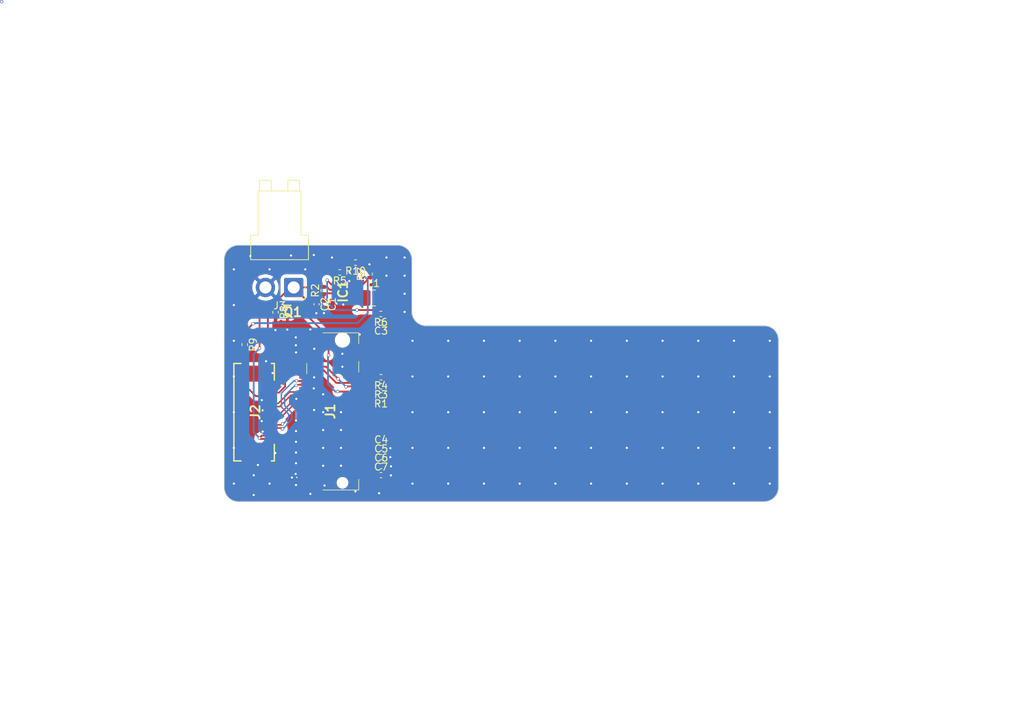
<source format=kicad_pcb>
(kicad_pcb (version 20221018) (generator pcbnew)
  (layers (0 "F.Cu" signal) (1 "In1.Cu" signal) (2 "In2.Cu" signal) (31 "B.Cu" signal) (34 "B.Paste" user) (35 "F.Paste" user) (36 "B.SilkS" user "B.Silkscreen") (37 "F.SilkS" user "F.Silkscreen") (38 "B.Mask" user) (39 "F.Mask" user) (44 "Edge.Cuts" user))
  (net 0 "")
  (net 1 "5.2V")
  (net 2 "VCC3V3")
  (net 3 "Net-(IC1-FB)")
  (net 4 "3V3_PG")
  (net 6 "Net-(IC1-LX)")
  (net 7 "PCIE_PWR_EN")
  (net 34 "PCIE0 RX-")
  (net 36 "PCIE0 RX+")
  (net 39 "PCIE0 TX-")
  (net 41 "PCIE0 TX+")
  (net 42 "PCIE_RST_B_SW")
  (net 43 "PCIE_CLKREQ_N")
  (net 44 "PCIE CLK-")
  (net 45 "PCIE_DET_WAKE")
  (net 46 "PCIE CLK+")
  (net 52 "PCIE_RST_B")
  (net 53 "GND")
  (net 54 "Net-(J2-Pin_4)")
  (footprint "Capacitor_SMD:C_0402_1005Metric" (layer "F.Cu") (at 85.598 83.82)
    (fp_text reference "C7")
    (fp_text value "10uF")
  )
  (footprint "21xt_footprints:MDT275M02001" (layer "F.Cu") (at 80.205 74.894 90)
    (fp_text reference "J1")
    (fp_text value "MDT275M02001" hide)
  )
  (footprint "Capacitor_SMD:C_0402_1005Metric" (layer "F.Cu") (at 85.626 82.55)
    (fp_text reference "C6")
    (fp_text value "10uF")
  )
  (footprint "Capacitor_SMD:C_0402_1005Metric" (layer "F.Cu") (at 85.626 80.01)
    (fp_text reference "C4")
    (fp_text value "10uF")
  )
  (footprint "Capacitor_SMD:C_0402_1005Metric" (layer "F.Cu") (at 85.598 62.4586 180)
    (fp_text reference "C3")
    (fp_text value "15pF")
  )
  (footprint "Resistor_SMD:R_0402_1005Metric" (layer "F.Cu") (at 85.5726 61.2394 180)
    (fp_text reference "R6")
    (fp_text value "2.4k")
  )
  (footprint "Resistor_SMD:R_0402_1005Metric" (layer "F.Cu") (at 82.03 54.05 180)
    (fp_text reference "R10")
    (fp_text value "0")
  )
  (footprint "Resistor_SMD:R_0402_1005Metric" (layer "F.Cu") (at 85.598 70.104 180)
    (fp_text reference "R4")
    (fp_text value "10k")
  )
  (footprint "Resistor_SMD:R_0402_1005Metric" (layer "F.Cu") (at 70.8406 61.0108 -90)
    (fp_text reference "R8")
    (fp_text value "10k")
  )
  (footprint "Resistor_SMD:R_0402_1005Metric" (layer "F.Cu") (at 83.9978 55.6514 90)
    (fp_text reference "R7")
    (fp_text value "100k")
  )
  (footprint "Resistor_SMD:R_0402_1005Metric" (layer "F.Cu") (at 77.5716 57.9628 90)
    (fp_text reference "R2")
    (fp_text value "10k")
  )
  (footprint "Resistor_SMD:R_0402_1005Metric" (layer "F.Cu") (at 79.8322 55.4228 180)
    (fp_text reference "R5")
    (fp_text value "10k")
  )
  (footprint "Resistor_SMD:R_0402_1005Metric" (layer "F.Cu") (at 66.53 65.54 -90)
    (fp_text reference "R9")
    (fp_text value "0")
  )
  (footprint "21xt_footprints:SOT50P160X90-3N(DIODE)" (layer "F.Cu") (at 73.2402 60.9854)
    (fp_text reference "Q1")
    (fp_text value "DMG1012T-7" hide)
  )
  (footprint "Capacitor_SMD:C_0402_1005Metric" (layer "F.Cu") (at 77.597 59.8678 -90)
    (fp_text reference "C1")
    (fp_text value "10uF")
  )
  (footprint "21xt_footprints:AP3441LSHE7B" (layer "F.Cu") (at 80.276 58.1042 -90)
    (fp_text reference "IC1")
    (fp_text value "AP3441LSHE-7B" hide)
  )
  (footprint "21xt_footprints:JST_VH_B2PS-VH_1x02_P3.96mm_Horizontal (--)" (layer "F.Cu") (at 73.3806 57.531 180)
    (fp_text reference "J3")
    (fp_text value "Conn_01x02")
  )
  (footprint "21xt_footprints:ZF5S1601TWT (p3)" (layer "F.Cu") (at 67.8362 75 -90)
    (fp_text reference "J2")
    (fp_text value "Conn_01x16" hide)
  )
  (footprint "Resistor_SMD:R_0402_1005Metric" (layer "F.Cu") (at 85.598 72.644 180)
    (fp_text reference "R1")
    (fp_text value "10k")
  )
  (footprint "Capacitor_SMD:C_0402_1005Metric" (layer "F.Cu") (at 85.626 81.28)
    (fp_text reference "C5")
    (fp_text value "10uF")
  )
  (footprint "Resistor_SMD:R_0402_1005Metric" (layer "F.Cu") (at 85.598 71.374 180)
    (fp_text reference "R3")
    (fp_text value "10k")
  )
  (footprint "Capacitor_SMD:C_0402_1005Metric" (layer "F.Cu") (at 76.581 59.8932 -90)
    (fp_text reference "C2")
    (fp_text value "10uF")
  )
  (footprint "Inductor_SMD:L_1008_2520Metric" (layer "F.Cu") (at 84.5778 59.0042)
    (fp_text reference "L1")
    (fp_text value "2.2uH")
  )
  (gr_line (start 139.224 87.5284) (end 65.6524 87.5284) (stroke (width 0.1)) (layer "Edge.Cuts"))
  (gr_line (start 91.916 62.8904) (end 139.224 62.8904) (stroke (width 0.1)) (layer "Edge.Cuts"))
  (gr_arc (start 139.224 62.8904) (mid 140.638214 63.476186) (end 141.224 64.8904) (stroke (width 0.1)) (layer "Edge.Cuts"))
  (gr_line (start 89.916 53.6128) (end 89.916 60.8904) (stroke (width 0.1)) (layer "Edge.Cuts"))
  (gr_arc (start 91.916 62.8904) (mid 90.501786 62.304614) (end 89.916 60.8904) (stroke (width 0.1)) (layer "Edge.Cuts"))
  (gr_arc (start 141.224 85.5284) (mid 140.638214 86.942614) (end 139.224 87.5284) (stroke (width 0.1)) (layer "Edge.Cuts"))
  (gr_line (start 65.6524 51.6128) (end 87.916 51.6128) (stroke (width 0.1)) (layer "Edge.Cuts"))
  (gr_line (start 141.224 64.8904) (end 141.224 85.5284) (stroke (width 0.1)) (layer "Edge.Cuts"))
  (gr_arc (start 63.6524 53.6128) (mid 64.238186 52.198586) (end 65.6524 51.6128) (stroke (width 0.1)) (layer "Edge.Cuts"))
  (gr_arc (start 65.6524 87.5284) (mid 64.238186 86.942614) (end 63.6524 85.5284) (stroke (width 0.1)) (layer "Edge.Cuts"))
  (gr_arc (start 87.916 51.6128) (mid 89.330214 52.198586) (end 89.916 53.6128) (stroke (width 0.1)) (layer "Edge.Cuts"))
  (gr_line (start 63.6524 85.5284) (end 63.6524 53.6128) (stroke (width 0.1)) (layer "Edge.Cuts"))
  (via (at 32.5 17.5) (size 0.45) (drill 0.3) (layers "F.Cu" "B.Cu") (net 0))
  (segment (start 73.3806 57.531) (end 75.326818 57.531) (width 0.25) (layer "F.Cu") (net 1))
  (segment (start 75.326818 57.531) (end 78.807818 54.05) (width 0.25) (layer "F.Cu") (net 1))
  (segment (start 70.545 59.88) (end 72.894 57.531) (width 0.25) (layer "F.Cu") (net 1))
  (segment (start 78.807818 54.05) (end 81.52 54.05) (width 0.25) (layer "F.Cu") (net 1))
  (segment (start 76.581 59.4132) (end 77.5716 59.4132) (width 0.25) (layer "F.Cu") (net 1))
  (segment (start 68.5989 66.0511) (end 68.5989 61.3011) (width 0.25) (layer "F.Cu") (net 1))
  (segment (start 68.59 78.61) (end 68.93 78.27) (width 0.25) (layer "F.Cu") (net 1))
  (segment (start 70.2162 78.27) (end 70.2362 78.25) (width 0.25) (layer "F.Cu") (net 1))
  (segment (start 68.73 78.75) (end 70.2362 78.75) (width 0.25) (layer "F.Cu") (net 1))
  (segment (start 73.3806 57.531) (end 75.2628 59.4132) (width 0.25) (layer "F.Cu") (net 1))
  (segment (start 68.59 78.61) (end 68.73 78.75) (width 0.25) (layer "F.Cu") (net 1))
  (segment (start 68.59 66.06) (end 68.5989 66.0511) (width 0.25) (layer "F.Cu") (net 1))
  (segment (start 77.5716 59.3624) (end 77.597 59.3878) (width 0.25) (layer "F.Cu") (net 1))
  (segment (start 77.5716 59.4132) (end 77.597 59.3878) (width 0.25) (layer "F.Cu") (net 1))
  (segment (start 77.5716 58.4728) (end 77.5716 59.3624) (width 0.25) (layer "F.Cu") (net 1))
  (segment (start 72.894 57.531) (end 73.3806 57.531) (width 0.125) (layer "F.Cu") (net 1))
  (segment (start 75.2628 59.4132) (end 76.581 59.4132) (width 0.25) (layer "F.Cu") (net 1))
  (segment (start 68.93 78.27) (end 70.2162 78.27) (width 0.25) (layer "F.Cu") (net 1))
  (segment (start 77.5716 58.4728) (end 77.6902 58.3542) (width 0.25) (layer "F.Cu") (net 1))
  (segment (start 77.6902 58.3542) (end 79.376 58.3542) (width 0.25) (layer "F.Cu") (net 1))
  (segment (start 70.02 59.88) (end 70.545 59.88) (width 0.25) (layer "F.Cu") (net 1))
  (segment (start 68.5989 61.3011) (end 70.02 59.88) (width 0.25) (layer "F.Cu") (net 1))
  (via (at 68.59 66.06) (size 0.45) (drill 0.3) (layers "F.Cu" "B.Cu") (net 1))
  (via (at 68.59 78.61) (size 0.45) (drill 0.3) (layers "F.Cu" "B.Cu") (net 1))
  (segment (start 67.78 66.87) (end 68.59 66.06) (width 0.25) (layer "B.Cu") (net 1))
  (segment (start 68.59 78.61) (end 67.78 77.8) (width 0.25) (layer "B.Cu") (net 1))
  (segment (start 67.78 77.8) (end 67.78 66.87) (width 0.25) (layer "B.Cu") (net 1))
  (segment (start 86.0826 61.2394) (end 86.0826 62.454) (width 0.25) (layer "F.Cu") (net 2))
  (segment (start 86.0826 62.454) (end 86.078 62.4586) (width 0.25) (layer "F.Cu") (net 2))
  (segment (start 85.118 62.4586) (end 85.118 61.2948) (width 0.25) (layer "F.Cu") (net 3))
  (segment (start 84.5165 60.6933) (end 85.0626 61.2394) (width 0.25) (layer "F.Cu") (net 3))
  (segment (start 79.3222 57.3004) (end 79.376 57.3542) (width 0.25) (layer "F.Cu") (net 3))
  (segment (start 79.3222 55.4228) (end 79.3222 57.3004) (width 0.25) (layer "F.Cu") (net 3))
  (segment (start 85.118 61.2948) (end 85.0626 61.2394) (width 0.25) (layer "F.Cu") (net 3))
  (segment (start 79.376 57.3542) (end 78.8934 57.3542) (width 0.25) (layer "F.Cu") (net 3))
  (segment (start 78.8934 57.3542) (end 78.0542 56.515) (width 0.25) (layer "F.Cu") (net 3))
  (segment (start 82.2325 60.6933) (end 84.5165 60.6933) (width 0.25) (layer "F.Cu") (net 3))
  (via (at 78.0542 56.515) (size 0.45) (drill 0.3) (layers "F.Cu" "B.Cu") (net 3))
  (via (at 82.2325 60.6933) (size 0.45) (drill 0.3) (layers "F.Cu" "B.Cu") (net 3))
  (segment (start 78.0542 59.5842) (end 78.0542 56.515) (width 0.25) (layer "B.Cu") (net 3))
  (segment (start 79.1633 60.6933) (end 78.0542 59.5842) (width 0.25) (layer "B.Cu") (net 3))
  (segment (start 82.2325 60.6933) (end 79.1633 60.6933) (width 0.25) (layer "B.Cu") (net 3))
  (segment (start 78.0268 57.4528) (end 78.4282 57.8542) (width 0.25) (layer "F.Cu") (net 4))
  (segment (start 77.5716 57.4528) (end 78.0268 57.4528) (width 0.25) (layer "F.Cu") (net 4))
  (segment (start 78.4282 57.8542) (end 79.376 57.8542) (width 0.25) (layer "F.Cu") (net 4))
  (segment (start 82.8528 58.3542) (end 83.5028 59.0042) (width 0.25) (layer "F.Cu") (net 6))
  (segment (start 81.176 58.3542) (end 82.8528 58.3542) (width 0.25) (layer "F.Cu") (net 6))
  (segment (start 83.059 57.1002) (end 83.0834 57.0758) (width 0.25) (layer "F.Cu") (net 7))
  (segment (start 82.54 55.2604) (end 83.0834 55.8038) (width 0.25) (layer "F.Cu") (net 7))
  (segment (start 83.059 57.1002) (end 83.9978 56.1614) (width 0.25) (layer "F.Cu") (net 7))
  (segment (start 81.176 57.8542) (end 82.305 57.8542) (width 0.25) (layer "F.Cu") (net 7))
  (segment (start 82.305 57.8542) (end 83.059 57.1002) (width 0.25) (layer "F.Cu") (net 7))
  (segment (start 82.54 54.05) (end 82.54 55.2604) (width 0.25) (layer "F.Cu") (net 7))
  (segment (start 83.0834 57.0758) (end 83.0834 55.8038) (width 0.25) (layer "F.Cu") (net 7))
  (segment (start 67.68 62.61) (end 66.53 63.76) (width 0.25) (layer "F.Cu") (net 7))
  (segment (start 66.53 63.76) (end 66.53 65.03) (width 0.25) (layer "F.Cu") (net 7))
  (via (at 83.0834 55.8038) (size 0.45) (drill 0.3) (layers "F.Cu" "B.Cu") (net 7))
  (via (at 67.68 62.61) (size 0.45) (drill 0.3) (layers "F.Cu" "B.Cu") (net 7))
  (segment (start 67.68 62.61) (end 67.762344 62.527656) (width 0.25) (layer "B.Cu") (net 7))
  (segment (start 83.7438 56.4642) (end 83.0834 55.8038) (width 0.25) (layer "B.Cu") (net 7))
  (segment (start 67.762344 62.527656) (end 82.328544 62.527656) (width 0.25) (layer "B.Cu") (net 7))
  (segment (start 82.328544 62.527656) (end 83.7438 61.1124) (width 0.25) (layer "B.Cu") (net 7))
  (segment (start 83.7438 61.1124) (end 83.7438 56.4642) (width 0.25) (layer "B.Cu") (net 7))
  (segment (start 73.1992 74.119) (end 73.742499 74.119) (width 0.2) (layer "F.Cu") (net 34))
  (segment (start 70.2362 75.75) (end 70.8862 75.75) (width 0.2) (layer "F.Cu") (net 34))
  (segment (start 70.8862 75.75) (end 70.9112 75.725) (width 0.2) (layer "F.Cu") (net 34))
  (segment (start 71.5932 75.725) (end 73.1992 74.119) (width 0.2) (layer "F.Cu") (net 34))
  (segment (start 73.767499 74.144) (end 74.93 74.144) (width 0.2) (layer "F.Cu") (net 34))
  (segment (start 70.9112 75.725) (end 71.5932 75.725) (width 0.2) (layer "F.Cu") (net 34))
  (segment (start 73.742499 74.119) (end 73.767499 74.144) (width 0.2) (layer "F.Cu") (net 34))
  (segment (start 70.8862 75.25) (end 70.9112 75.275) (width 0.2) (layer "F.Cu") (net 36))
  (segment (start 73.973796 73.644) (end 74.93 73.644) (width 0.2) (layer "F.Cu") (net 36))
  (segment (start 70.9112 75.275) (end 71.4068 75.275) (width 0.2) (layer "F.Cu") (net 36))
  (segment (start 71.4068 75.275) (end 73.0128 73.669) (width 0.2) (layer "F.Cu") (net 36))
  (segment (start 73.0128 73.669) (end 73.948796 73.669) (width 0.2) (layer "F.Cu") (net 36))
  (segment (start 70.2362 75.25) (end 70.8862 75.25) (width 0.2) (layer "F.Cu") (net 36))
  (segment (start 73.948796 73.669) (end 73.973796 73.644) (width 0.2) (layer "F.Cu") (net 36))
  (segment (start 73.962322 72.605474) (end 74.000848 72.644) (width 0.2) (layer "F.Cu") (net 39))
  (segment (start 73.51387 72.619) (end 73.527396 72.605474) (width 0.2) (layer "F.Cu") (net 39))
  (segment (start 72.9992 72.619) (end 73.51387 72.619) (width 0.2) (layer "F.Cu") (net 39))
  (segment (start 70.8862 74.25) (end 70.9112 74.225) (width 0.2) (layer "F.Cu") (net 39))
  (segment (start 70.9112 74.225) (end 71.3932 74.225) (width 0.2) (layer "F.Cu") (net 39))
  (segment (start 71.3932 74.225) (end 72.9992 72.619) (width 0.2) (layer "F.Cu") (net 39))
  (segment (start 74.000848 72.644) (end 74.93 72.644) (width 0.2) (layer "F.Cu") (net 39))
  (segment (start 73.527396 72.605474) (end 73.962322 72.605474) (width 0.2) (layer "F.Cu") (net 39))
  (segment (start 70.2362 74.25) (end 70.8862 74.25) (width 0.2) (layer "F.Cu") (net 39))
  (segment (start 70.2362 73.75) (end 70.8862 73.75) (width 0.2) (layer "F.Cu") (net 41))
  (segment (start 70.9112 73.775) (end 71.2068 73.775) (width 0.2) (layer "F.Cu") (net 41))
  (segment (start 72.8128 72.169) (end 73.742499 72.169) (width 0.2) (layer "F.Cu") (net 41))
  (segment (start 71.2068 73.775) (end 72.8128 72.169) (width 0.2) (layer "F.Cu") (net 41))
  (segment (start 73.767499 72.144) (end 74.93 72.144) (width 0.2) (layer "F.Cu") (net 41))
  (segment (start 73.742499 72.169) (end 73.767499 72.144) (width 0.2) (layer "F.Cu") (net 41))
  (segment (start 70.8862 73.75) (end 70.9112 73.775) (width 0.2) (layer "F.Cu") (net 41))
  (segment (start 78.2574 64.4714) (end 74.7714 60.9854) (width 0.25) (layer "F.Cu") (net 42))
  (segment (start 82.48 71.894) (end 84.338 71.894) (width 0.25) (layer "F.Cu") (net 42))
  (segment (start 79.5274 72.1106) (end 81.2594 72.1106) (width 0.25) (layer "F.Cu") (net 42))
  (segment (start 84.338 71.894) (end 85.088 72.644) (width 0.25) (layer "F.Cu") (net 42))
  (segment (start 78.2574 67.0306) (end 78.2574 64.4714) (width 0.25) (layer "F.Cu") (net 42))
  (segment (start 74.7714 60.9854) (end 73.9902 60.9854) (width 0.25) (layer "F.Cu") (net 42))
  (segment (start 81.2594 72.1106) (end 81.476 71.894) (width 0.25) (layer "F.Cu") (net 42))
  (segment (start 81.476 71.894) (end 82.48 71.894) (width 0.25) (layer "F.Cu") (net 42))
  (via (at 79.5274 72.1106) (size 0.45) (drill 0.3) (layers "F.Cu" "B.Cu") (net 42))
  (via (at 78.2574 67.0306) (size 0.45) (drill 0.3) (layers "F.Cu" "B.Cu") (net 42))
  (segment (start 79.1972 72.1106) (end 78.1812 71.0946) (width 0.25) (layer "B.Cu") (net 42))
  (segment (start 78.1812 67.1068) (end 78.2574 67.0306) (width 0.25) (layer "B.Cu") (net 42))
  (segment (start 79.5274 72.1106) (end 79.1972 72.1106) (width 0.25) (layer "B.Cu") (net 42))
  (segment (start 78.1812 71.0946) (end 78.1812 67.1068) (width 0.25) (layer "B.Cu") (net 42))
  (segment (start 85.068 71.394) (end 85.088 71.374) (width 0.25) (layer "F.Cu") (net 43))
  (segment (start 71.73 70.43) (end 71.73 71.219804) (width 0.25) (layer "F.Cu") (net 43))
  (segment (start 73.535 68.625) (end 71.73 70.43) (width 0.25) (layer "F.Cu") (net 43))
  (segment (start 71.199804 71.75) (end 70.2362 71.75) (width 0.25) (layer "F.Cu") (net 43))
  (segment (start 80.7555 71.394) (end 82.48 71.394) (width 0.25) (layer "F.Cu") (net 43))
  (segment (start 82.48 71.394) (end 85.068 71.394) (width 0.25) (layer "F.Cu") (net 43))
  (segment (start 80.706 71.4435) (end 80.7555 71.394) (width 0.25) (layer "F.Cu") (net 43))
  (segment (start 71.73 71.219804) (end 71.199804 71.75) (width 0.25) (layer "F.Cu") (net 43))
  (segment (start 79.604956 70.3445) (end 77.885456 68.625) (width 0.25) (layer "F.Cu") (net 43))
  (segment (start 77.885456 68.625) (end 73.535 68.625) (width 0.25) (layer "F.Cu") (net 43))
  (via (at 80.706 71.4435) (size 0.45) (drill 0.3) (layers "F.Cu" "B.Cu") (net 43))
  (via (at 79.604956 70.3445) (size 0.45) (drill 0.3) (layers "F.Cu" "B.Cu") (net 43))
  (segment (start 79.604956 70.3445) (end 80.703956 71.4435) (width 0.25) (layer "B.Cu") (net 43))
  (segment (start 80.703956 71.4435) (end 80.706 71.4435) (width 0.25) (layer "B.Cu") (net 43))
  (segment (start 71.685703 77.225001) (end 71.810702 77.35) (width 0.2) (layer "F.Cu") (net 44))
  (segment (start 70.2362 77.25) (end 70.261199 77.225001) (width 0.2) (layer "F.Cu") (net 44))
  (segment (start 70.261199 77.225001) (end 71.685703 77.225001) (width 0.2) (layer "F.Cu") (net 44))
  (segment (start 73.767499 71.144) (end 74.93 71.144) (width 0.2) (layer "F.Cu") (net 44))
  (segment (start 73.735929 71.243828) (end 73.735929 71.17557) (width 0.2) (layer "F.Cu") (net 44))
  (segment (start 73.735929 71.17557) (end 73.767499 71.144) (width 0.2) (layer "F.Cu") (net 44))
  (via (at 71.810702 77.35) (size 0.45) (drill 0.3) (layers "F.Cu" "B.Cu") (net 44))
  (via (at 73.735929 71.243828) (size 0.45) (drill 0.3) (layers "F.Cu" "B.Cu") (net 44))
  (segment (start 72.107 72.7051) (end 73.568272 71.243828) (width 0.2) (layer "B.Cu") (net 44))
  (segment (start 72.45 76.66) (end 73.123 75.987) (width 0.2) (layer "B.Cu") (net 44))
  (segment (start 73.123 75.987) (end 73.123 75.0908) (width 0.2) (layer "B.Cu") (net 44))
  (segment (start 71.985702 77.175) (end 72.028165 77.175) (width 0.2) (layer "B.Cu") (net 44))
  (segment (start 72.45 76.753165) (end 72.45 76.66) (width 0.2) (layer "B.Cu") (net 44))
  (segment (start 73.123 75.0908) (end 72.107 74.0748) (width 0.2) (layer "B.Cu") (net 44))
  (segment (start 72.028165 77.175) (end 72.45 76.753165) (width 0.2) (layer "B.Cu") (net 44))
  (segment (start 73.568272 71.243828) (end 73.735929 71.243828) (width 0.2) (layer "B.Cu") (net 44))
  (segment (start 71.810702 77.35) (end 71.985702 77.175) (width 0.2) (layer "B.Cu") (net 44))
  (segment (start 72.107 74.0748) (end 72.107 72.7051) (width 0.2) (layer "B.Cu") (net 44))
  (segment (start 71.3362 72.25) (end 72.18 71.4062) (width 0.25) (layer "F.Cu") (net 45))
  (segment (start 70.2362 72.25) (end 71.3362 72.25) (width 0.25) (layer "F.Cu") (net 45))
  (segment (start 77.5078 69.075) (end 79.3268 70.894) (width 0.25) (layer "F.Cu") (net 45))
  (segment (start 84.345 70.104) (end 85.088 70.104) (width 0.25) (layer "F.Cu") (net 45))
  (segment (start 72.18 71.4062) (end 72.18 70.616396) (width 0.25) (layer "F.Cu") (net 45))
  (segment (start 73.721396 69.075) (end 77.5078 69.075) (width 0.25) (layer "F.Cu") (net 45))
  (segment (start 82.48 70.894) (end 83.555 70.894) (width 0.25) (layer "F.Cu") (net 45))
  (segment (start 72.18 70.616396) (end 73.721396 69.075) (width 0.25) (layer "F.Cu") (net 45))
  (segment (start 79.3268 70.894) (end 82.48 70.894) (width 0.25) (layer "F.Cu") (net 45))
  (segment (start 83.555 70.894) (end 84.345 70.104) (width 0.25) (layer "F.Cu") (net 45))
  (segment (start 70.261199 76.774999) (end 71.685703 76.774999) (width 0.2) (layer "F.Cu") (net 46))
  (segment (start 71.685703 76.774999) (end 71.810702 76.65) (width 0.2) (layer "F.Cu") (net 46))
  (segment (start 73.770066 70.595224) (end 73.818842 70.644) (width 0.2) (layer "F.Cu") (net 46))
  (segment (start 70.2362 76.75) (end 70.261199 76.774999) (width 0.2) (layer "F.Cu") (net 46))
  (segment (start 73.818842 70.644) (end 74.93 70.644) (width 0.2) (layer "F.Cu") (net 46))
  (via (at 71.810702 76.65) (size 0.45) (drill 0.3) (layers "F.Cu" "B.Cu") (net 46))
  (via (at 73.770066 70.595224) (size 0.45) (drill 0.3) (layers "F.Cu" "B.Cu") (net 46))
  (segment (start 71.882314 76.65) (end 71.810702 76.65) (width 0.2) (layer "B.Cu") (net 46))
  (segment (start 73.406 70.595224) (end 71.657 72.344224) (width 0.2) (layer "B.Cu") (net 46))
  (segment (start 72.673 75.859314) (end 71.882314 76.65) (width 0.2) (layer "B.Cu") (net 46))
  (segment (start 72.673 75.2772) (end 72.673 75.859314) (width 0.2) (layer "B.Cu") (net 46))
  (segment (start 73.770066 70.595224) (end 73.406 70.595224) (width 0.2) (layer "B.Cu") (net 46))
  (segment (start 71.657 74.2612) (end 72.673 75.2772) (width 0.2) (layer "B.Cu") (net 46))
  (segment (start 71.657 72.344224) (end 71.657 74.2612) (width 0.2) (layer "B.Cu") (net 46))
  (segment (start 70.2362 71.25) (end 71.01 70.4762) (width 0.25) (layer "F.Cu") (net 52))
  (segment (start 70.856 60.4854) (end 70.8406 60.5008) (width 0.25) (layer "F.Cu") (net 52))
  (segment (start 71.01 70.4762) (end 71.01 67.98) (width 0.25) (layer "F.Cu") (net 52))
  (segment (start 69.76 61.5814) (end 70.8406 60.5008) (width 0.25) (layer "F.Cu") (net 52))
  (segment (start 69.76 66.73) (end 69.76 61.5814) (width 0.25) (layer "F.Cu") (net 52))
  (segment (start 71.01 67.98) (end 69.76 66.73) (width 0.25) (layer "F.Cu") (net 52))
  (segment (start 72.4902 60.4854) (end 70.856 60.4854) (width 0.25) (layer "F.Cu") (net 52))
  (segment (start 86.106 81.28) (end 86.88 81.28) (width 0.2) (layer "F.Cu") (net 53))
  (segment (start 86.88 81.28) (end 86.9 81.3) (width 0.2) (layer "F.Cu") (net 53))
  (segment (start 75.705 85.244) (end 73.744 85.244) (width 0.2) (layer "F.Cu") (net 53))
  (segment (start 72.4902 61.4854) (end 72.4902 63.4198) (width 0.2) (layer "F.Cu") (net 53))
  (segment (start 86.078 83.82) (end 86.95 83.82) (width 0.2) (layer "F.Cu") (net 53))
  (segment (start 74.93 71.644) (end 76.164 71.644) (width 0.2) (layer "F.Cu") (net 53))
  (segment (start 74.93 70.144) (end 76.216 70.144) (width 0.2) (layer "F.Cu") (net 53))
  (segment (start 73.706 80.644) (end 73.7 80.65) (width 0.125) (layer "F.Cu") (net 53))
  (segment (start 70.2362 77.75) (end 69.07 77.75) (width 0.2) (layer "F.Cu") (net 53))
  (segment (start 83.9978 54.3178) (end 83.98 54.3) (width 0.2) (layer "F.Cu") (net 53))
  (segment (start 77.597 60.3478) (end 77.597 61.107) (width 0.2) (layer "F.Cu") (net 53))
  (segment (start 75.705 86.435) (end 75.71 86.44) (width 0.2) (layer "F.Cu") (net 53))
  (segment (start 75.705 63.425) (end 75.7 63.42) (width 0.2) (layer "F.Cu") (net 53))
  (segment (start 86.88 80.01) (end 86.91 80.04) (width 0.2) (layer "F.Cu") (net 53))
  (segment (start 73.694 64.544) (end 73.67 64.52) (width 0.2) (layer "F.Cu") (net 53))
  (segment (start 75.705 85.244) (end 75.705 86.435) (width 0.2) (layer "F.Cu") (net 53))
  (segment (start 73.706 79.144) (end 73.7 79.15) (width 0.125) (layer "F.Cu") (net 53))
  (segment (start 73.131 84.144) (end 73.125 84.15) (width 0.125) (layer "F.Cu") (net 53))
  (segment (start 74.93 79.144) (end 73.706 79.144) (width 0.2) (layer "F.Cu") (net 53))
  (segment (start 70.2362 73.25) (end 68.97 73.25) (width 0.2) (layer "F.Cu") (net 53))
  (segment (start 74.93 66.644) (end 73.724 66.644) (width 0.2) (layer "F.Cu") (net 53))
  (segment (start 70.2362 76.25) (end 68.9 76.25) (width 0.2) (layer "F.Cu") (net 53))
  (segment (start 73.724 66.644) (end 73.71 66.63) (width 0.2) (layer "F.Cu") (net 53))
  (segment (start 74.93 84.144) (end 73.131 84.144) (width 0.2) (layer "F.Cu") (net 53))
  (segment (start 68.97 73.25) (end 68.91 73.31) (width 0.2) (layer "F.Cu") (net 53))
  (segment (start 74.93 65.644) (end 73.694 65.644) (width 0.2) (layer "F.Cu") (net 53))
  (segment (start 86.106 82.55) (end 86.97 82.55) (width 0.2) (layer "F.Cu") (net 53))
  (segment (start 75.705 64.544) (end 73.694 64.544) (width 0.2) (layer "F.Cu") (net 53))
  (segment (start 76.581 60.3732) (end 76.581 61.109) (width 0.2) (layer "F.Cu") (net 53))
  (segment (start 81.1828 55.4228) (end 81.2 55.44) (width 0.2) (layer "F.Cu") (net 53))
  (segment (start 76.581 61.109) (end 76.55 61.14) (width 0.2) (layer "F.Cu") (net 53))
  (segment (start 75.705 64.544) (end 75.705 63.425) (width 0.2) (layer "F.Cu") (net 53))
  (segment (start 74.93 76.144) (end 73.706 76.144) (width 0.2) (layer "F.Cu") (net 53))
  (segment (start 75.705 85.244) (end 77.664 85.244) (width 0.2) (layer "F.Cu") (net 53))
  (segment (start 79.376 58.8542) (end 79.376 59.774) (width 0.2) (layer "F.Cu") (net 53))
  (segment (start 73.706 77.644) (end 73.7 77.65) (width 0.125) (layer "F.Cu") (net 53))
  (segment (start 86.97 82.55) (end 87 82.58) (width 0.2) (layer "F.Cu") (net 53))
  (segment (start 80.3422 55.4228) (end 81.1828 55.4228) (width 0.2) (layer "F.Cu") (net 53))
  (segment (start 77.597 61.107) (end 77.61 61.12) (width 0.2) (layer "F.Cu") (net 53))
  (segment (start 70.2362 74.75) (end 69.02 74.75) (width 0.2) (layer "F.Cu") (net 53))
  (segment (start 76.184 74.644) (end 76.23 74.69) (width 0.2) (layer "F.Cu") (net 53))
  (segment (start 74.93 82.144) (end 73.706 82.144) (width 0.2) (layer "F.Cu") (net 53))
  (segment (start 74.93 80.644) (end 73.706 80.644) (width 0.2) (layer "F.Cu") (net 53))
  (segment (start 73.706 76.144) (end 73.7 76.15) (width 0.125) (layer "F.Cu") (net 53))
  (segment (start 73.656 83.644) (end 73.65 83.65) (width 0.125) (layer "F.Cu") (net 53))
  (segment (start 74.93 83.644) (end 73.656 83.644) (width 0.2) (layer "F.Cu") (net 53))
  (segment (start 73.706 82.144) (end 73.7 82.15) (width 0.125) (layer "F.Cu") (net 53))
  (segment (start 83.9978 55.1414) (end 83.9978 54.3178) (width 0.2) (layer "F.Cu") (net 53))
  (segment (start 74.93 73.144) (end 73.758385 73.144) (width 0.2) (layer "F.Cu") (net 53))
  (segment (start 77.664 85.244) (end 77.69 85.27) (width 0.2) (layer "F.Cu") (net 53))
  (segment (start 74.93 74.644) (end 76.184 74.644) (width 0.2) (layer "F.Cu") (net 53))
  (segment (start 73.744 85.244) (end 73.7 85.2) (width 0.2) (layer "F.Cu") (net 53))
  (segment (start 72.4902 63.4198) (end 72.48 63.43) (width 0.2) (layer "F.Cu") (net 53))
  (segment (start 74.93 77.644) (end 73.706 77.644) (width 0.2) (layer "F.Cu") (net 53))
  (segment (start 80.276 59.896) (end 80.31 59.93) (width 0.2) (layer "F.Cu") (net 53))
  (segment (start 81.176 57.3542) (end 81.176 56.646) (width 0.2) (layer "F.Cu") (net 53))
  (segment (start 81.176 56.646) (end 81.16 56.63) (width 0.2) (layer "F.Cu") (net 53))
  (segment (start 86.95 83.82) (end 86.98 83.85) (width 0.2) (layer "F.Cu") (net 53))
  (segment (start 79.376 59.774) (end 79.37 59.78) (width 0.2) (layer "F.Cu") (net 53))
  (segment (start 70.8406 63.4794) (end 70.82 63.5) (width 0.2) (layer "F.Cu") (net 53))
  (segment (start 76.236 66.144) (end 76.26 66.12) (width 0.2) (layer "F.Cu") (net 53))
  (segment (start 86.106 80.01) (end 86.88 80.01) (width 0.2) (layer "F.Cu") (net 53))
  (segment (start 73.694 65.644) (end 73.68 65.63) (width 0.2) (layer "F.Cu") (net 53))
  (segment (start 74.93 66.144) (end 76.236 66.144) (width 0.2) (layer "F.Cu") (net 53))
  (segment (start 76.216 70.144) (end 76.24 70.12) (width 0.2) (layer "F.Cu") (net 53))
  (segment (start 69.07 77.75) (end 69.03 77.71) (width 0.125) (layer "F.Cu") (net 53))
  (segment (start 80.276 58.1042) (end 80.276 59.896) (width 0.2) (layer "F.Cu") (net 53))
  (segment (start 70.8406 61.5208) (end 70.8406 63.4794) (width 0.2) (layer "F.Cu") (net 53))
  (segment (start 76.164 71.644) (end 76.19 71.67) (width 0.2) (layer "F.Cu") (net 53))
  (segment (start 73.758385 73.144) (end 73.744859 73.130474) (width 0.125) (layer "F.Cu") (net 53))
  (via (at 77.5 80) (size 0.45) (drill 0.3) (layers "F.Cu" "B.Cu") (net 53))
  (via (at 125 75) (size 0.45) (drill 0.3) (layers "F.Cu" "B.Cu") (net 53))
  (via (at 105 75) (size 0.45) (drill 0.3) (layers "F.Cu" "B.Cu") (net 53))
  (via (at 82.01 86.09) (size 0.45) (drill 0.3) (layers "F.Cu" "B.Cu") (net 53))
  (via (at 77.5 77.5) (size 0.45) (drill 0.3) (layers "F.Cu" "B.Cu") (net 53))
  (via (at 86.91 80.04) (size 0.45) (drill 0.3) (layers "F.Cu" "B.Cu") (net 53))
  (via (at 115 70) (size 0.45) (drill 0.3) (layers "F.Cu" "B.Cu") (net 53))
  (via (at 95 80) (size 0.45) (drill 0.3) (layers "F.Cu" "B.Cu") (net 53))
  (via (at 125 70) (size 0.45) (drill 0.3) (layers "F.Cu" "B.Cu") (net 53))
  (via (at 105 80) (size 0.45) (drill 0.3) (layers "F.Cu" "B.Cu") (net 53))
  (via (at 130 80) (size 0.45) (drill 0.3) (layers "F.Cu" "B.Cu") (net 53))
  (via (at 88.9 58.42) (size 0.45) (drill 0.3) (layers "F.Cu" "B.Cu") (net 53))
  (via (at 135 65) (size 0.45) (drill 0.3) (layers "F.Cu" "B.Cu") (net 53))
  (via (at 130 85) (size 0.45) (drill 0.3) (layers "F.Cu" "B.Cu") (net 53))
  (via (at 80.19 68.63) (size 0.45) (drill 0.3) (layers "F.Cu" "B.Cu") (net 53))
  (via (at 100 70) (size 0.45) (drill 0.3) (layers "F.Cu" "B.Cu") (net 53))
  (via (at 78.74 53.34) (size 0.45) (drill 0.3) (layers "F.Cu" "B.Cu") (net 53))
  (via (at 73.744859 73.130474) (size 0.45) (drill 0.3) (layers "F.Cu" "B.Cu") (net 53))
  (via (at 73.68 65.63) (size 0.45) (drill 0.3) (layers "F.Cu" "B.Cu") (net 53))
  (via (at 90 75) (size 0.45) (drill 0.3) (layers "F.Cu" "B.Cu") (net 53))
  (via (at 120 70) (size 0.45) (drill 0.3) (layers "F.Cu" "B.Cu") (net 53))
  (via (at 88.9 60.96) (size 0.45) (drill 0.3) (layers "F.Cu" "B.Cu") (net 53))
  (via (at 140 80) (size 0.45) (drill 0.3) (layers "F.Cu" "B.Cu") (net 53))
  (via (at 115 85) (size 0.45) (drill 0.3) (layers "F.Cu" "B.Cu") (net 53))
  (via (at 75.7 63.42) (size 0.45) (drill 0.3) (layers "F.Cu" "B.Cu") (net 53))
  (via (at 125 65) (size 0.45) (drill 0.3) (layers "F.Cu" "B.Cu") (net 53))
  (via (at 73.71 66.63) (size 0.45) (drill 0.3) (layers "F.Cu" "B.Cu") (net 53))
  (via (at 68.91 73.31) (size 0.45) (drill 0.3) (layers "F.Cu" "B.Cu") (net 53))
  (via (at 75 55) (size 0.45) (drill 0.3) (layers "F.Cu" "B.Cu") (net 53))
  (via (at 85.33 86.35) (size 0.45) (drill 0.3) (layers "F.Cu" "B.Cu") (net 53))
  (via (at 105 65) (size 0.45) (drill 0.3) (layers "F.Cu" "B.Cu") (net 53))
  (via (at 125 85) (size 0.45) (drill 0.3) (layers "F.Cu" "B.Cu") (net 53))
  (via (at 79.37 59.78) (size 0.45) (drill 0.3) (layers "F.Cu" "B.Cu") (net 53))
  (via (at 95 85) (size 0.45) (drill 0.3) (layers "F.Cu" "B.Cu") (net 53))
  (via (at 81.16 56.63) (size 0.45) (drill 0.3) (layers "F.Cu" "B.Cu") (net 53))
  (via (at 135 80) (size 0.45) (drill 0.3) (layers "F.Cu" "B.Cu") (net 53))
  (via (at 115 80) (size 0.45) (drill 0.3) (layers "F.Cu" "B.Cu") (net 53))
  (via (at 130 70) (size 0.45) (drill 0.3) (layers "F.Cu" "B.Cu") (net 53))
  (via (at 125 80) (size 0.45) (drill 0.3) (layers "F.Cu" "B.Cu") (net 53))
  (via (at 73.7 77.65) (size 0.45) (drill 0.3) (layers "F.Cu" "B.Cu") (net 53))
  (via (at 140 70) (size 0.45) (drill 0.3) (layers "F.Cu" "B.Cu") (net 53))
  (via (at 81.2 55.44) (size 0.45) (drill 0.3) (layers "F.Cu" "B.Cu") (net 53))
  (via (at 69.02 74.75) (size 0.45) (drill 0.3) (layers "F.Cu" "B.Cu") (net 53))
  (via (at 90 65) (size 0.45) (drill 0.3) (layers "F.Cu" "B.Cu") (net 53))
  (via (at 88.9 53.34) (size 0.45) (drill 0.3) (layers "F.Cu" "B.Cu") (net 53))
  (via (at 70.42 69.52) (size 0.45) (drill 0.3) (layers "F.Cu" "B.Cu") (net 53))
  (via (at 100 85) (size 0.45) (drill 0.3) (layers "F.Cu" "B.Cu") (net 53))
  (via (at 110 75) (size 0.45) (drill 0.3) (layers "F.Cu" "B.Cu") (net 53))
  (via (at 90 80) (size 0.45) (drill 0.3) (layers "F.Cu" "B.Cu") (net 53))
  (via (at 140 85) (size 0.45) (drill 0.3) (layers "F.Cu" "B.Cu") (net 53))
  (via (at 130 65) (size 0.45) (drill 0.3) (layers "F.Cu" "B.Cu") (net 53))
  (via (at 68.37 82.39) (size 0.45) (drill 0.3) (layers "F.Cu" "B.Cu") (net 53))
  (via (at 100 65) (size 0.45) (drill 0.3) (layers "F.Cu" "B.Cu") (net 53))
  (via (at 120 85) (size 0.45) (drill 0.3) (layers "F.Cu" "B.Cu") (net 53))
  (via (at 76.24 70.12) (size 0.45) (drill 0.3) (layers "F.Cu" "B.Cu") (net 53))
  (via (at 73.7 82.15) (size 0.45) (drill 0.3) (layers "F.Cu" "B.Cu") (net 53))
  (via (at 73.7 85.2) (size 0.45) (drill 0.3) (layers "F.Cu" "B.Cu") (net 53))
  (via (at 65 75) (size 0.45) (drill 0.3) (layers "F.Cu" "B.Cu") (net 53))
  (via (at 70 55) (size 0.45) (drill 0.3) (layers "F.Cu" "B.Cu") (net 53))
  (via (at 135 70) (size 0.45) (drill 0.3) (layers "F.Cu" "B.Cu") (net 53))
  (via (at 73.7 76.15) (size 0.45) (drill 0.3) (layers "F.Cu" "B.Cu") (net 53))
  (via (at 70.82 63.5) (size 0.45) (drill 0.3) (layers "F.Cu" "B.Cu") (net 53))
  (via (at 76.55 61.14) (size 0.45) (drill 0.3) (layers "F.Cu" "B.Cu") (net 53))
  (via (at 100 75) (size 0.45) (drill 0.3) (layers "F.Cu" "B.Cu") (net 53))
  (via (at 82.62 64.12) (size 0.45) (drill 0.3) (layers "F.Cu" "B.Cu") (net 53))
  (via (at 75.71 86.44) (size 0.45) (drill 0.3) (layers "F.Cu" "B.Cu") (net 53))
  (via (at 77.5 75) (size 0.45) (drill 0.3) (layers "F.Cu" "B.Cu") (net 53))
  (via (at 90 85) (size 0.45) (drill 0.3) (layers "F.Cu" "B.Cu") (net 53))
  (via (at 90 70) (size 0.45) (drill 0.3) (layers "F.Cu" "B.Cu") (net 53))
  (via (at 130 75) (size 0.45) (drill 0.3) (layers "F.Cu" "B.Cu") (net 53))
  (via (at 77.69 85.27) (size 0.45) (drill 0.3) (layers "F.Cu" "B.Cu") (net 53))
  (via (at 110 85) (size 0.45) (drill 0.3) (layers "F.Cu" "B.Cu") (net 53))
  (via (at 76.19 52.99) (size 0.45) (drill 0.3) (layers "F.Cu" "B.Cu") (net 53))
  (via (at 120 65) (size 0.45) (drill 0.3) (layers "F.Cu" "B.Cu") (net 53))
  (via (at 80 75) (size 0.45) (drill 0.3) (layers "F.Cu" "B.Cu") (net 53))
  (via (at 77.5 82.5) (size 0.45) (drill 0.3) (layers "F.Cu" "B.Cu") (net 53))
  (via (at 67.78 83.83) (size 0.45) (drill 0.3) (layers "F.Cu" "B.Cu") (net 53))
  (via (at 86.98 83.85) (size 0.45) (drill 0.3) (layers "F.Cu" "B.Cu") (net 53))
  (via (at 86.36 55.88) (size 0.45) (drill 0.3) (layers "F.Cu" "B.Cu") (net 53))
  (via (at 65 55) (size 0.45) (drill 0.3) (layers "F.Cu" "B.Cu") (net 53))
  (via (at 67.31 53.13) (size 0.45) (drill 0.3) (layers "F.Cu" "B.Cu") (net 53))
  (via (at 80.19 66.82) (size 0.45) (drill 0.3) (layers "F.Cu" "B.Cu") (net 53))
  (via (at 76.26 66.12) (size 0.45) (drill 0.3) (layers "F.Cu" "B.Cu") (net 53))
  (via (at 73.125 84.15) (size 0.45) (drill 0.3) (layers "F.Cu" "B.Cu") (net 53))
  (via (at 95 70) (size 0.45) (drill 0.3) (layers "F.Cu" "B.Cu") (net 53))
  (via (at 80 77.5) (size 0.45) (drill 0.3) (layers "F.Cu" "B.Cu") (net 53))
  (via (at 65 65) (size 0.45) (drill 0.3) (layers "F.Cu" "B.Cu") (net 53))
  (via (at 135 85) (size 0.45) (drill 0.3) (layers "F.Cu" "B.Cu") (net 53))
  (via (at 73.67 64.52) (size 0.45) (drill 0.3) (layers "F.Cu" "B.Cu") (net 53))
  (via (at 73.01 53.06) (size 0.45) (drill 0.3) (layers "F.Cu" "B.Cu") (net 53))
  (via (at 65 60) (size 0.45) (drill 0.3) (layers "F.Cu" "B.Cu") (net 53))
  (via (at 83.98 54.3) (size 0.45) (drill 0.3) (layers "F.Cu" "B.Cu") (net 53))
  (via (at 80.31 59.93) (size 0.45) (drill 0.3) (layers "F.Cu" "B.Cu") (net 53))
  (via (at 69.03 77.71) (size 0.45) (drill 0.3) (layers "F.Cu" "B.Cu") (net 53))
  (via (at 95 65) (size 0.45) (drill 0.3) (layers "F.Cu" "B.Cu") (net 53))
  (via (at 76.23 74.69) (size 0.45) (drill 0.3) (layers "F.Cu" "B.Cu") (net 53))
  (via (at 77.5 72.5) (size 0.45) (drill 0.3) (layers "F.Cu" "B.Cu") (net 53))
  (via (at 120 80) (size 0.45) (drill 0.3) (layers "F.Cu" "B.Cu") (net 53))
  (via (at 105 85) (size 0.45) (drill 0.3) (layers "F.Cu" "B.Cu") (net 53))
  (via (at 120 75) (size 0.45) (drill 0.3) (layers "F.Cu" "B.Cu") (net 53))
  (via (at 135 75) (size 0.45) (drill 0.3) (layers "F.Cu" "B.Cu") (net 53))
  (via (at 77.61 61.12) (size 0.45) (drill 0.3) (layers "F.Cu" "B.Cu") (net 53))
  (via (at 67.78 86.6) (size 0.45) (drill 0.3) (layers "F.Cu" "B.Cu") (net 53))
  (via (at 68.9 76.25) (size 0.45) (drill 0.3) (layers "F.Cu" "B.Cu") (net 53))
  (via (at 140 65) (size 0.45) (drill 0.3) (layers "F.Cu" "B.Cu") (net 53))
  (via (at 115 65) (size 0.45) (drill 0.3) (layers "F.Cu" "B.Cu") (net 53))
  (via (at 65 85) (size 0.45) (drill 0.3) (layers "F.Cu" "B.Cu") (net 53))
  (via (at 65 80) (size 0.45) (drill 0.3) (layers "F.Cu" "B.Cu") (net 53))
  (via (at 140 75) (size 0.45) (drill 0.3) (layers "F.Cu" "B.Cu") (net 53))
  (via (at 73.7 79.15) (size 0.45) (drill 0.3) (layers "F.Cu" "B.Cu") (net 53))
  (via (at 73.7 80.65) (size 0.45) (drill 0.3) (layers "F.Cu" "B.Cu") (net 53))
  (via (at 115 75) (size 0.45) (drill 0.3) (layers "F.Cu" "B.Cu") (net 53))
  (via (at 110 65) (size 0.45) (drill 0.3) (layers "F.Cu" "B.Cu") (net 53))
  (via (at 69.51 67.87) (size 0.45) (drill 0.3) (layers "F.Cu" "B.Cu") (net 53))
  (via (at 65 70) (size 0.45) (drill 0.3) (layers "F.Cu" "B.Cu") (net 53))
  (via (at 73.65 83.65) (size 0.45) (drill 0.3) (layers "F.Cu" "B.Cu") (net 53))
  (via (at 100 80) (size 0.45) (drill 0.3) (layers "F.Cu" "B.Cu") (net 53))
  (via (at 110 70) (size 0.45) (drill 0.3) (layers "F.Cu" "B.Cu") (net 53))
  (via (at 76.19 71.67) (size 0.45) (drill 0.3) (layers "F.Cu" "B.Cu") (net 53))
  (via (at 105 70) (size 0.45) (drill 0.3) (layers "F.Cu" "B.Cu") (net 53))
  (via (at 70 85) (size 0.45) (drill 0.3) (layers "F.Cu" "B.Cu") (net 53))
  (via (at 72.48 63.43) (size 0.45) (drill 0.3) (layers "F.Cu" "B.Cu") (net 53))
  (via (at 87 82.58) (size 0.45) (drill 0.3) (layers "F.Cu" "B.Cu") (net 53))
  (via (at 70.81 80.72) (size 0.45) (drill 0.3) (layers "F.Cu" "B.Cu") (net 53))
  (via (at 80 80) (size 0.45) (drill 0.3) (layers "F.Cu" "B.Cu") (net 53))
  (via (at 86.36 53.34) (size 0.45) (drill 0.3) (layers "F.Cu" "B.Cu") (net 53))
  (via (at 110 80) (size 0.45) (drill 0.3) (layers "F.Cu" "B.Cu") (net 53))
  (via (at 86.9 81.3) (size 0.45) (drill 0.3) (layers "F.Cu" "B.Cu") (net 53))
  (via (at 88.9 55.88) (size 0.45) (drill 0.3) (layers "F.Cu" "B.Cu") (net 53))
  (via (at 95 75) (size 0.45) (drill 0.3) (layers "F.Cu" "B.Cu") (net 53))
  (via (at 80 82.5) (size 0.45) (drill 0.3) (layers "F.Cu" "B.Cu") (net 53))
  (segment (start 65.79 66.79) (end 65.79 70.4668) (width 0.25) (layer "F.Cu") (net 54))
  (segment (start 66.53 66.05) (end 65.79 66.79) (width 0.25) (layer "F.Cu") (net 54))
  (segment (start 65.79 70.4668) (end 68.0732 72.75) (width 0.25) (layer "F.Cu") (net 54))
  (segment (start 68.0732 72.75) (end 70.2362 72.75) (width 0.25) (layer "F.Cu") (net 54))
  (zone (net 2) (net_name "VCC3V3") (layer "F.Cu") (priority 6) (connect_pads (clearance 0.2)) (min_thickness 0.2) (fill yes (thermal_gap 0.2) (thermal_bridge_width 0.2))
    (polygon (pts (xy 83.439 83.1342) (xy 81.2546 83.1342) (xy 81.2546 84.2772) (xy 85.5726 84.2772) (xy 85.5726 74.3712) (xy 86.5124 73.0504) (xy 86.5124 57.6326) (xy 84.709 57.6326) (xy 84.709 60.3504) (xy 85.6234 60.3504) (xy 85.6234 62.1538) (xy 85.688 70.094) (xy 85.688 73.0658) (xy 84.582 74.2442) (xy 84.582 79.629) (xy 81.2546 79.629) (xy 81.2546 81.6356) (xy 84.4804 81.6356) (xy 84.4804 83.1342)))
  )
  (zone (net 53) (net_name "GND") (layer "F.Cu") (connect_pads (clearance 0.5)) (min_thickness 0.25) (fill yes (thermal_gap 0.5) (thermal_bridge_width 0.5))
    (polygon (pts (xy 46.228 37.592) (xy 42.418 116.84) (xy 174.244 116.078) (xy 171.958 31.75) (xy 46.228 30.226)))
  )
  (zone (net 2) (net_name "VCC3V3") (layer "F.Cu") (priority 6) (connect_pads (clearance 0.2)) (min_thickness 0.2) (fill yes (thermal_gap 0.25) (thermal_bridge_width 0.25))
    (polygon (pts (xy 81.4832 65.5828) (xy 81.4832 67.1322) (xy 85.7758 67.1322) (xy 85.7758 65.5828)))
  )
  (zone (net 53) (net_name "GND") (layer "B.Cu") (priority 5) (connect_pads (clearance 0.5)) (min_thickness 0.25) (fill yes (thermal_gap 0.5) (thermal_bridge_width 0.5))
    (polygon (pts (xy 45.7962 29.3116) (xy 172.3898 30.8356) (xy 175.5902 117.7036) (xy 41.1226 118.7196)))
  )
)
</source>
